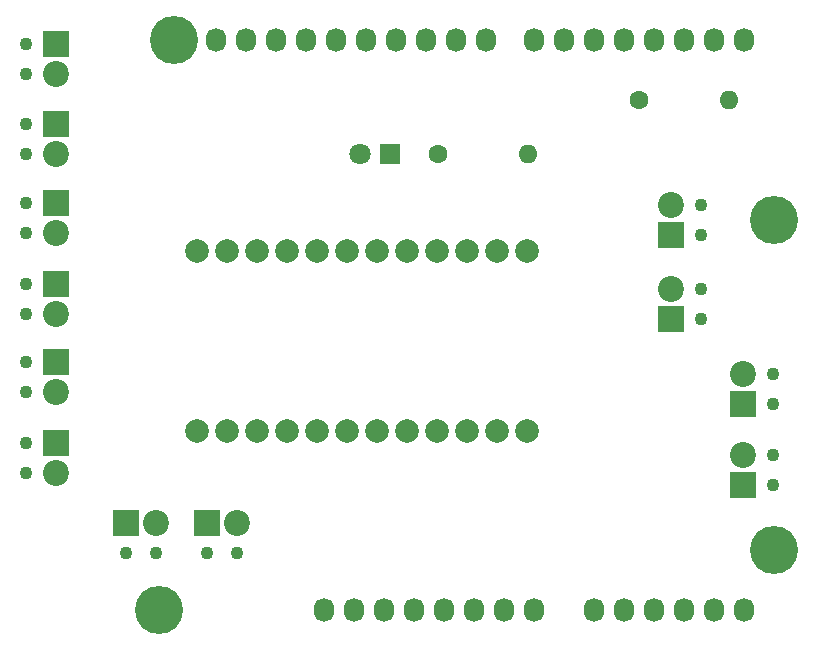
<source format=gbs>
%TF.GenerationSoftware,KiCad,Pcbnew,5.1.10-88a1d61d58~90~ubuntu20.04.1*%
%TF.CreationDate,2021-09-15T20:54:35-06:00*%
%TF.ProjectId,Shiled,5368696c-6564-42e6-9b69-6361645f7063,rev?*%
%TF.SameCoordinates,Original*%
%TF.FileFunction,Soldermask,Bot*%
%TF.FilePolarity,Negative*%
%FSLAX46Y46*%
G04 Gerber Fmt 4.6, Leading zero omitted, Abs format (unit mm)*
G04 Created by KiCad (PCBNEW 5.1.10-88a1d61d58~90~ubuntu20.04.1) date 2021-09-15 20:54:35*
%MOMM*%
%LPD*%
G01*
G04 APERTURE LIST*
%ADD10C,2.000000*%
%ADD11C,1.100000*%
%ADD12C,2.200000*%
%ADD13R,2.200000X2.200000*%
%ADD14O,1.600000X1.600000*%
%ADD15C,1.600000*%
%ADD16C,1.800000*%
%ADD17R,1.800000X1.800000*%
%ADD18O,1.727200X2.032000*%
%ADD19C,4.064000*%
G04 APERTURE END LIST*
D10*
%TO.C,U1*%
X156083000Y-108712000D03*
X153543000Y-108712000D03*
X151003000Y-108712000D03*
X148463000Y-108712000D03*
X145923000Y-108712000D03*
X143383000Y-108712000D03*
X140843000Y-108712000D03*
X138303000Y-108712000D03*
X135763000Y-108712000D03*
X133223000Y-108712000D03*
X130683000Y-108712000D03*
X128143000Y-108712000D03*
X128143000Y-93472000D03*
X130683000Y-93472000D03*
X133223000Y-93472000D03*
X135763000Y-93472000D03*
X138303000Y-93472000D03*
X140843000Y-93472000D03*
X143383000Y-93472000D03*
X145923000Y-93472000D03*
X148463000Y-93472000D03*
X151003000Y-93472000D03*
X153543000Y-93472000D03*
X156083000Y-93472000D03*
%TD*%
D11*
%TO.C,J6*%
X170815000Y-89535000D03*
D12*
X168275000Y-89535000D03*
D11*
X170815000Y-92075000D03*
D13*
X168275000Y-92075000D03*
%TD*%
D14*
%TO.C,R3*%
X156210000Y-85217000D03*
D15*
X148590000Y-85217000D03*
%TD*%
D14*
%TO.C,R2*%
X173228000Y-80645000D03*
D15*
X165608000Y-80645000D03*
%TD*%
D11*
%TO.C,J5*%
X176911000Y-103886000D03*
D12*
X174371000Y-103886000D03*
D11*
X176911000Y-106426000D03*
D13*
X174371000Y-106426000D03*
%TD*%
D11*
%TO.C,J4*%
X113665000Y-112268000D03*
D12*
X116205000Y-112268000D03*
D11*
X113665000Y-109728000D03*
D13*
X116205000Y-109728000D03*
%TD*%
D11*
%TO.C,J3*%
X131572000Y-118999000D03*
D12*
X131572000Y-116459000D03*
D11*
X129032000Y-118999000D03*
D13*
X129032000Y-116459000D03*
%TD*%
D11*
%TO.C,J2*%
X113665000Y-98806000D03*
D12*
X116205000Y-98806000D03*
D11*
X113665000Y-96266000D03*
D13*
X116205000Y-96266000D03*
%TD*%
D11*
%TO.C,J1*%
X113665000Y-85217000D03*
D12*
X116205000Y-85217000D03*
D11*
X113665000Y-82677000D03*
D13*
X116205000Y-82677000D03*
%TD*%
D11*
%TO.C,E6*%
X124714000Y-118999000D03*
D12*
X124714000Y-116459000D03*
D11*
X122174000Y-118999000D03*
D13*
X122174000Y-116459000D03*
%TD*%
D11*
%TO.C,E5*%
X176911000Y-110744000D03*
D12*
X174371000Y-110744000D03*
D11*
X176911000Y-113284000D03*
D13*
X174371000Y-113284000D03*
%TD*%
D11*
%TO.C,E4*%
X170815000Y-96647000D03*
D12*
X168275000Y-96647000D03*
D11*
X170815000Y-99187000D03*
D13*
X168275000Y-99187000D03*
%TD*%
D11*
%TO.C,E3*%
X113665000Y-105410000D03*
D12*
X116205000Y-105410000D03*
D11*
X113665000Y-102870000D03*
D13*
X116205000Y-102870000D03*
%TD*%
D11*
%TO.C,E2*%
X113665000Y-91948000D03*
D12*
X116205000Y-91948000D03*
D11*
X113665000Y-89408000D03*
D13*
X116205000Y-89408000D03*
%TD*%
D11*
%TO.C,E1*%
X113665000Y-78486000D03*
D12*
X116205000Y-78486000D03*
D11*
X113665000Y-75946000D03*
D13*
X116205000Y-75946000D03*
%TD*%
D16*
%TO.C,D1*%
X141986000Y-85217000D03*
D17*
X144526000Y-85217000D03*
%TD*%
D18*
%TO.C,P1*%
X138938000Y-123825000D03*
X141478000Y-123825000D03*
X144018000Y-123825000D03*
X146558000Y-123825000D03*
X149098000Y-123825000D03*
X151638000Y-123825000D03*
X154178000Y-123825000D03*
X156718000Y-123825000D03*
%TD*%
%TO.C,P2*%
X161798000Y-123825000D03*
X164338000Y-123825000D03*
X166878000Y-123825000D03*
X169418000Y-123825000D03*
X171958000Y-123825000D03*
X174498000Y-123825000D03*
%TD*%
%TO.C,P3*%
X129794000Y-75565000D03*
X132334000Y-75565000D03*
X134874000Y-75565000D03*
X137414000Y-75565000D03*
X139954000Y-75565000D03*
X142494000Y-75565000D03*
X145034000Y-75565000D03*
X147574000Y-75565000D03*
X150114000Y-75565000D03*
X152654000Y-75565000D03*
%TD*%
%TO.C,P4*%
X156718000Y-75565000D03*
X159258000Y-75565000D03*
X161798000Y-75565000D03*
X164338000Y-75565000D03*
X166878000Y-75565000D03*
X169418000Y-75565000D03*
X171958000Y-75565000D03*
X174498000Y-75565000D03*
%TD*%
D19*
%TO.C,P5*%
X124968000Y-123825000D03*
%TD*%
%TO.C,P6*%
X177038000Y-118745000D03*
%TD*%
%TO.C,P7*%
X126238000Y-75565000D03*
%TD*%
%TO.C,P8*%
X177038000Y-90805000D03*
%TD*%
M02*

</source>
